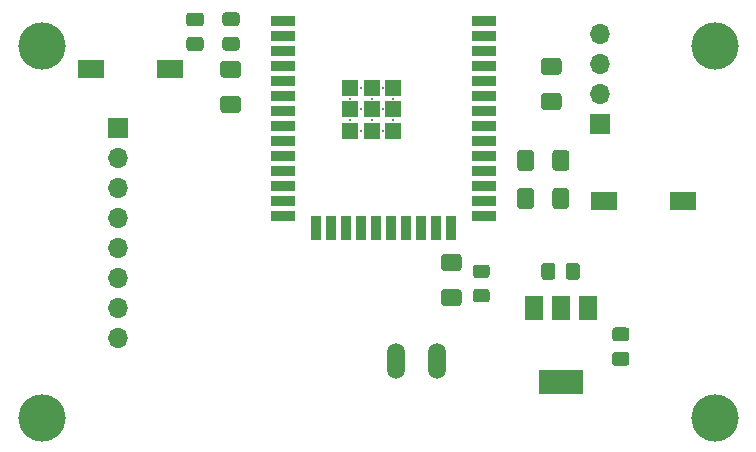
<source format=gts>
G04 #@! TF.GenerationSoftware,KiCad,Pcbnew,(5.1.7-0-10_14)*
G04 #@! TF.CreationDate,2021-04-09T21:32:17+02:00*
G04 #@! TF.ProjectId,LEDbarPCB,4c454462-6172-4504-9342-2e6b69636164,rev?*
G04 #@! TF.SameCoordinates,Original*
G04 #@! TF.FileFunction,Soldermask,Top*
G04 #@! TF.FilePolarity,Negative*
%FSLAX46Y46*%
G04 Gerber Fmt 4.6, Leading zero omitted, Abs format (unit mm)*
G04 Created by KiCad (PCBNEW (5.1.7-0-10_14)) date 2021-04-09 21:32:17*
%MOMM*%
%LPD*%
G01*
G04 APERTURE LIST*
%ADD10R,2.000000X0.900000*%
%ADD11R,0.900000X2.000000*%
%ADD12R,1.330000X1.330000*%
%ADD13C,0.300000*%
%ADD14O,1.700000X1.700000*%
%ADD15R,1.700000X1.700000*%
%ADD16R,2.300000X1.500000*%
%ADD17R,3.800000X2.000000*%
%ADD18R,1.500000X2.000000*%
%ADD19O,1.506220X3.014980*%
%ADD20C,4.000000*%
G04 APERTURE END LIST*
D10*
X136702000Y-41160000D03*
X136702000Y-42430000D03*
X136702000Y-43700000D03*
X136702000Y-44970000D03*
X136702000Y-46240000D03*
X136702000Y-47510000D03*
X136702000Y-48780000D03*
X136702000Y-50050000D03*
X136702000Y-51320000D03*
X136702000Y-52590000D03*
X136702000Y-53860000D03*
X136702000Y-55130000D03*
X136702000Y-56400000D03*
X136702000Y-57670000D03*
D11*
X139487000Y-58670000D03*
X140757000Y-58670000D03*
X142027000Y-58670000D03*
X143297000Y-58670000D03*
X144567000Y-58670000D03*
X145837000Y-58670000D03*
X147107000Y-58670000D03*
X148377000Y-58670000D03*
X149647000Y-58670000D03*
X150917000Y-58670000D03*
D10*
X153702000Y-57670000D03*
X153702000Y-56400000D03*
X153702000Y-55130000D03*
X153702000Y-53860000D03*
X153702000Y-52590000D03*
X153702000Y-51320000D03*
X153702000Y-50050000D03*
X153702000Y-48780000D03*
X153702000Y-47510000D03*
X153702000Y-46240000D03*
X153702000Y-44970000D03*
X153702000Y-43700000D03*
X153702000Y-42430000D03*
X153702000Y-41160000D03*
D12*
X142367000Y-46825000D03*
X144202000Y-46825000D03*
X146037000Y-46825000D03*
X142367000Y-48660000D03*
X144202000Y-48660000D03*
X146037000Y-48660000D03*
X142367000Y-50495000D03*
X144202000Y-50495000D03*
X146037000Y-50495000D03*
D13*
X143284500Y-46825000D03*
X145119500Y-46825000D03*
X142367000Y-47742500D03*
X144202000Y-47742500D03*
X146037000Y-47742500D03*
X143284500Y-48660000D03*
X145119500Y-48660000D03*
X142367000Y-49577500D03*
X144202000Y-49577500D03*
X146037000Y-49577500D03*
X143284500Y-50495000D03*
X145119500Y-50495000D03*
G36*
G01*
X160633500Y-62847725D02*
X160633500Y-61898275D01*
G75*
G02*
X160883775Y-61648000I250275J0D01*
G01*
X161558225Y-61648000D01*
G75*
G02*
X161808500Y-61898275I0J-250275D01*
G01*
X161808500Y-62847725D01*
G75*
G02*
X161558225Y-63098000I-250275J0D01*
G01*
X160883775Y-63098000D01*
G75*
G02*
X160633500Y-62847725I0J250275D01*
G01*
G37*
G36*
G01*
X158558500Y-62848000D02*
X158558500Y-61898000D01*
G75*
G02*
X158808500Y-61648000I250000J0D01*
G01*
X159483500Y-61648000D01*
G75*
G02*
X159733500Y-61898000I0J-250000D01*
G01*
X159733500Y-62848000D01*
G75*
G02*
X159483500Y-63098000I-250000J0D01*
G01*
X158808500Y-63098000D01*
G75*
G02*
X158558500Y-62848000I0J250000D01*
G01*
G37*
G36*
G01*
X132759000Y-43681000D02*
X131809000Y-43681000D01*
G75*
G02*
X131559000Y-43431000I0J250000D01*
G01*
X131559000Y-42756000D01*
G75*
G02*
X131809000Y-42506000I250000J0D01*
G01*
X132759000Y-42506000D01*
G75*
G02*
X133009000Y-42756000I0J-250000D01*
G01*
X133009000Y-43431000D01*
G75*
G02*
X132759000Y-43681000I-250000J0D01*
G01*
G37*
G36*
G01*
X132758725Y-41606000D02*
X131809275Y-41606000D01*
G75*
G02*
X131559000Y-41355725I0J250275D01*
G01*
X131559000Y-40681275D01*
G75*
G02*
X131809275Y-40431000I250275J0D01*
G01*
X132758725Y-40431000D01*
G75*
G02*
X133009000Y-40681275I0J-250275D01*
G01*
X133009000Y-41355725D01*
G75*
G02*
X132758725Y-41606000I-250275J0D01*
G01*
G37*
G36*
G01*
X165759725Y-68294500D02*
X164810275Y-68294500D01*
G75*
G02*
X164560000Y-68044225I0J250275D01*
G01*
X164560000Y-67369775D01*
G75*
G02*
X164810275Y-67119500I250275J0D01*
G01*
X165759725Y-67119500D01*
G75*
G02*
X166010000Y-67369775I0J-250275D01*
G01*
X166010000Y-68044225D01*
G75*
G02*
X165759725Y-68294500I-250275J0D01*
G01*
G37*
G36*
G01*
X165760000Y-70369500D02*
X164810000Y-70369500D01*
G75*
G02*
X164560000Y-70119500I0J250000D01*
G01*
X164560000Y-69444500D01*
G75*
G02*
X164810000Y-69194500I250000J0D01*
G01*
X165760000Y-69194500D01*
G75*
G02*
X166010000Y-69444500I0J-250000D01*
G01*
X166010000Y-70119500D01*
G75*
G02*
X165760000Y-70369500I-250000J0D01*
G01*
G37*
G36*
G01*
X129711000Y-43702500D02*
X128761000Y-43702500D01*
G75*
G02*
X128511000Y-43452500I0J250000D01*
G01*
X128511000Y-42777500D01*
G75*
G02*
X128761000Y-42527500I250000J0D01*
G01*
X129711000Y-42527500D01*
G75*
G02*
X129961000Y-42777500I0J-250000D01*
G01*
X129961000Y-43452500D01*
G75*
G02*
X129711000Y-43702500I-250000J0D01*
G01*
G37*
G36*
G01*
X129710725Y-41627500D02*
X128761275Y-41627500D01*
G75*
G02*
X128511000Y-41377225I0J250275D01*
G01*
X128511000Y-40702775D01*
G75*
G02*
X128761275Y-40452500I250275J0D01*
G01*
X129710725Y-40452500D01*
G75*
G02*
X129961000Y-40702775I0J-250275D01*
G01*
X129961000Y-41377225D01*
G75*
G02*
X129710725Y-41627500I-250275J0D01*
G01*
G37*
G36*
G01*
X153022550Y-61792000D02*
X153923450Y-61792000D01*
G75*
G02*
X154173000Y-62041550I0J-249550D01*
G01*
X154173000Y-62692450D01*
G75*
G02*
X153923450Y-62942000I-249550J0D01*
G01*
X153022550Y-62942000D01*
G75*
G02*
X152773000Y-62692450I0J249550D01*
G01*
X152773000Y-62041550D01*
G75*
G02*
X153022550Y-61792000I249550J0D01*
G01*
G37*
G36*
G01*
X153022999Y-63842000D02*
X153923001Y-63842000D01*
G75*
G02*
X154173000Y-64091999I0J-249999D01*
G01*
X154173000Y-64742001D01*
G75*
G02*
X153923001Y-64992000I-249999J0D01*
G01*
X153022999Y-64992000D01*
G75*
G02*
X152773000Y-64742001I0J249999D01*
G01*
X152773000Y-64091999D01*
G75*
G02*
X153022999Y-63842000I249999J0D01*
G01*
G37*
D14*
X163530000Y-42310000D03*
X163530000Y-44850000D03*
X163530000Y-47390000D03*
D15*
X163530000Y-49930000D03*
G36*
G01*
X160025000Y-45725000D02*
X158775000Y-45725000D01*
G75*
G02*
X158525000Y-45475000I0J250000D01*
G01*
X158525000Y-44550000D01*
G75*
G02*
X158775000Y-44300000I250000J0D01*
G01*
X160025000Y-44300000D01*
G75*
G02*
X160275000Y-44550000I0J-250000D01*
G01*
X160275000Y-45475000D01*
G75*
G02*
X160025000Y-45725000I-250000J0D01*
G01*
G37*
G36*
G01*
X160025000Y-48700000D02*
X158775000Y-48700000D01*
G75*
G02*
X158525000Y-48450000I0J250000D01*
G01*
X158525000Y-47525000D01*
G75*
G02*
X158775000Y-47275000I250000J0D01*
G01*
X160025000Y-47275000D01*
G75*
G02*
X160275000Y-47525000I0J-250000D01*
G01*
X160275000Y-48450000D01*
G75*
G02*
X160025000Y-48700000I-250000J0D01*
G01*
G37*
G36*
G01*
X131625000Y-44550000D02*
X132875000Y-44550000D01*
G75*
G02*
X133125000Y-44800000I0J-250000D01*
G01*
X133125000Y-45725000D01*
G75*
G02*
X132875000Y-45975000I-250000J0D01*
G01*
X131625000Y-45975000D01*
G75*
G02*
X131375000Y-45725000I0J250000D01*
G01*
X131375000Y-44800000D01*
G75*
G02*
X131625000Y-44550000I250000J0D01*
G01*
G37*
G36*
G01*
X131625000Y-47525000D02*
X132875000Y-47525000D01*
G75*
G02*
X133125000Y-47775000I0J-250000D01*
G01*
X133125000Y-48700000D01*
G75*
G02*
X132875000Y-48950000I-250000J0D01*
G01*
X131625000Y-48950000D01*
G75*
G02*
X131375000Y-48700000I0J250000D01*
G01*
X131375000Y-47775000D01*
G75*
G02*
X131625000Y-47525000I250000J0D01*
G01*
G37*
G36*
G01*
X151558000Y-65301500D02*
X150308000Y-65301500D01*
G75*
G02*
X150058000Y-65051500I0J250000D01*
G01*
X150058000Y-64126500D01*
G75*
G02*
X150308000Y-63876500I250000J0D01*
G01*
X151558000Y-63876500D01*
G75*
G02*
X151808000Y-64126500I0J-250000D01*
G01*
X151808000Y-65051500D01*
G75*
G02*
X151558000Y-65301500I-250000J0D01*
G01*
G37*
G36*
G01*
X151558000Y-62326500D02*
X150308000Y-62326500D01*
G75*
G02*
X150058000Y-62076500I0J250000D01*
G01*
X150058000Y-61151500D01*
G75*
G02*
X150308000Y-60901500I250000J0D01*
G01*
X151558000Y-60901500D01*
G75*
G02*
X151808000Y-61151500I0J-250000D01*
G01*
X151808000Y-62076500D01*
G75*
G02*
X151558000Y-62326500I-250000J0D01*
G01*
G37*
G36*
G01*
X159491500Y-53603000D02*
X159491500Y-52353000D01*
G75*
G02*
X159741500Y-52103000I250000J0D01*
G01*
X160666500Y-52103000D01*
G75*
G02*
X160916500Y-52353000I0J-250000D01*
G01*
X160916500Y-53603000D01*
G75*
G02*
X160666500Y-53853000I-250000J0D01*
G01*
X159741500Y-53853000D01*
G75*
G02*
X159491500Y-53603000I0J250000D01*
G01*
G37*
G36*
G01*
X156516500Y-53603000D02*
X156516500Y-52353000D01*
G75*
G02*
X156766500Y-52103000I250000J0D01*
G01*
X157691500Y-52103000D01*
G75*
G02*
X157941500Y-52353000I0J-250000D01*
G01*
X157941500Y-53603000D01*
G75*
G02*
X157691500Y-53853000I-250000J0D01*
G01*
X156766500Y-53853000D01*
G75*
G02*
X156516500Y-53603000I0J250000D01*
G01*
G37*
G36*
G01*
X157937500Y-55575000D02*
X157937500Y-56825000D01*
G75*
G02*
X157687500Y-57075000I-250000J0D01*
G01*
X156762500Y-57075000D01*
G75*
G02*
X156512500Y-56825000I0J250000D01*
G01*
X156512500Y-55575000D01*
G75*
G02*
X156762500Y-55325000I250000J0D01*
G01*
X157687500Y-55325000D01*
G75*
G02*
X157937500Y-55575000I0J-250000D01*
G01*
G37*
G36*
G01*
X160912500Y-55575000D02*
X160912500Y-56825000D01*
G75*
G02*
X160662500Y-57075000I-250000J0D01*
G01*
X159737500Y-57075000D01*
G75*
G02*
X159487500Y-56825000I0J250000D01*
G01*
X159487500Y-55575000D01*
G75*
G02*
X159737500Y-55325000I250000J0D01*
G01*
X160662500Y-55325000D01*
G75*
G02*
X160912500Y-55575000I0J-250000D01*
G01*
G37*
D16*
X127100000Y-45250000D03*
X120400000Y-45250000D03*
X163850000Y-56400000D03*
X170550000Y-56400000D03*
D17*
X160205000Y-71771000D03*
D18*
X160205000Y-65471000D03*
X157905000Y-65471000D03*
X162505000Y-65471000D03*
D19*
X146252480Y-70000000D03*
X149747520Y-70000000D03*
D15*
X122750000Y-50260000D03*
D14*
X122750000Y-52800000D03*
X122750000Y-55340000D03*
X122750000Y-57880000D03*
X122750000Y-60420000D03*
X122750000Y-62960000D03*
X122750000Y-65500000D03*
X122750000Y-68040000D03*
D20*
X116250000Y-43250000D03*
X116250000Y-74750000D03*
X173250000Y-43250000D03*
X173250000Y-74750000D03*
M02*

</source>
